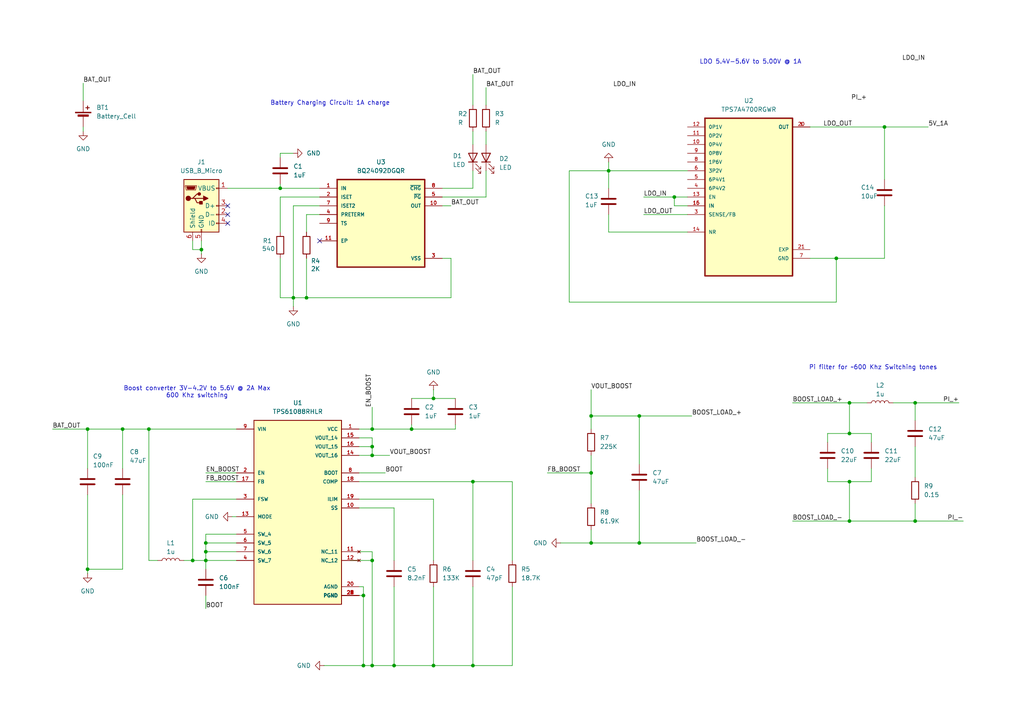
<source format=kicad_sch>
(kicad_sch (version 20250114) (generator "eeschema") (generator_version "9.0")
  (paper "A4")
  (lib_symbols
    (symbol "BQ24092DGQR:BQ24092DGQR" (pin_names (offset 1.016))
      (property "Reference" "U" (at -12.7 13.7 0))
      (property "Value" "BQ24092DGQR" (at -12.7 -16.7 0))
      (symbol "BQ24092DGQR_0_0"
        (rectangle (start -12.7 -12.7) (end 12.7 12.7) (stroke (width 0.41)) (fill (type background)))
        (pin input line (at -17.78 10.16 0) (length 5.08) (name "IN") (number "1"))
        (pin input line (at -17.78 7.62 0) (length 5.08) (name "ISET") (number "2"))
        (pin input line (at -17.78 5.08 0) (length 5.08) (name "ISET2") (number "7"))
        (pin input line (at -17.78 2.54 0) (length 5.08) (name "PRETERM") (number "4"))
        (pin input line (at -17.78 0 0) (length 5.08) (name "TS") (number "9"))
        (pin bidirectional line (at -17.78 -5.08 0) (length 5.08) (name "EP") (number "11"))
        (pin output line (at 17.78 10.16 180) (length 5.08) (name "~{CHG}") (number "8"))
        (pin output line (at 17.78 7.62 180) (length 5.08) (name "~{PG}") (number "5"))
        (pin output line (at 17.78 5.08 180) (length 5.08) (name "OUT") (number "10"))
        (pin power_in line (at 17.78 -10.16 180) (length 5.08) (name "VSS") (number "3"))
      )
    )
    (symbol "Connector:USB_B_Micro" (pin_names (offset 1.016))
      (property "Reference" "J" (at -5.08 11.43 0))
      (property "Value" "USB_B_Micro" (at -5.08 8.89 0))
      (symbol "USB_B_Micro_0_1"
        (rectangle (start -5.08 -7.62) (end 5.08 7.62) (stroke (width 0.254)) (fill (type background)))
        (polyline (pts (xy -4.699 5.842) (xy -4.699 5.588) (xy -4.445 4.826) (xy -4.445 4.572) (xy -1.651 4.572) (xy -1.651 4.826) (xy -1.397 5.588) (xy -1.397 5.842) (xy -4.699 5.842)))
        (polyline (pts (xy -4.318 5.588) (xy -1.778 5.588) (xy -2.032 4.826) (xy -4.064 4.826) (xy -4.318 5.588)) (fill (type outline)))
        (circle (center -3.81 2.159) (radius 0.635) (stroke (width 0.254)) (fill (type outline)))
        (polyline (pts (xy -3.175 2.159) (xy -2.54 2.159) (xy -1.27 3.429) (xy -0.635 3.429)) (stroke (width 0.254)))
        (polyline (pts (xy -2.54 2.159) (xy -1.905 2.159) (xy -1.27 0.889) (xy 0 0.889)) (stroke (width 0.254)))
        (polyline (pts (xy -1.905 2.159) (xy 0.635 2.159)) (stroke (width 0.254)))
        (circle (center -0.635 3.429) (radius 0.381) (stroke (width 0.254)) (fill (type outline)))
        (rectangle (start -0.127 -7.62) (end 0.127 -6.858))
        (rectangle (start 0.254 1.27) (end -0.508 0.508) (stroke (width 0.254)) (fill (type outline)))
        (polyline (pts (xy 0.635 2.794) (xy 0.635 1.524) (xy 1.905 2.159) (xy 0.635 2.794)) (stroke (width 0.254)) (fill (type outline)))
        (rectangle (start 5.08 4.953) (end 4.318 5.207))
        (rectangle (start 5.08 -0.127) (end 4.318 0.127))
        (rectangle (start 5.08 -2.667) (end 4.318 -2.413))
        (rectangle (start 5.08 -5.207) (end 4.318 -4.953))
      )
      (symbol "USB_B_Micro_1_1"
        (pin passive line (at -2.54 -10.16 90) (length 2.54) (name "Shield") (number "6"))
        (pin power_out line (at 0 -10.16 90) (length 2.54) (name "GND") (number "5"))
        (pin power_out line (at 7.62 5.08 180) (length 2.54) (name "VBUS") (number "1"))
        (pin bidirectional line (at 7.62 0 180) (length 2.54) (name "D+") (number "3"))
        (pin bidirectional line (at 7.62 -2.54 180) (length 2.54) (name "D-") (number "2"))
        (pin passive line (at 7.62 -5.08 180) (length 2.54) (name "ID") (number "4"))
      )
    )
    (symbol "Device:Battery_Cell" (pin_numbers (hide yes)) (pin_names (offset 0) (hide yes))
      (property "Reference" "BT" (at 2.54 2.54 0))
      (property "Value" "Battery_Cell" (at 2.54 0 0))
      (symbol "Battery_Cell_0_1"
        (rectangle (start -2.286 1.778) (end 2.286 1.524) (fill (type outline)))
        (rectangle (start -1.524 1.016) (end 1.524 0.508) (fill (type outline)))
        (polyline (pts (xy 0 1.778) (xy 0 2.54)))
        (polyline (pts (xy 0 0.762) (xy 0 0)))
        (polyline (pts (xy 0.762 3.048) (xy 1.778 3.048)) (stroke (width 0.254)))
        (polyline (pts (xy 1.27 3.556) (xy 1.27 2.54)) (stroke (width 0.254)))
      )
      (symbol "Battery_Cell_1_1"
        (pin passive line (at 0 5.08 270) (length 2.54) (name "+") (number "1"))
        (pin passive line (at 0 -2.54 90) (length 2.54) (name "-") (number "2"))
      )
    )
    (symbol "Device:C" (pin_numbers (hide yes)) (pin_names (offset 0.254))
      (property "Reference" "C" (at 0.635 2.54 0))
      (property "Value" "C" (at 0.635 -2.54 0))
      (symbol "C_0_1"
        (polyline (pts (xy -2.032 0.762) (xy 2.032 0.762)) (stroke (width 0.508)))
        (polyline (pts (xy -2.032 -0.762) (xy 2.032 -0.762)) (stroke (width 0.508)))
      )
      (symbol "C_1_1"
        (pin passive line (at 0 3.81 270) (length 2.794) (name "~") (number "1"))
        (pin passive line (at 0 -3.81 90) (length 2.794) (name "~") (number "2"))
      )
    )
    (symbol "Device:L" (pin_numbers (hide yes)) (pin_names (offset 1.016) (hide yes))
      (property "Reference" "L" (at -1.27 0 90))
      (property "Value" "L" (at 1.905 0 90))
      (symbol "L_0_1"
        (arc (start 0 2.54) (mid 0.6323 1.905) (end 0 1.27))
        (arc (start 0 1.27) (mid 0.6323 0.635) (end 0 0))
        (arc (start 0 0) (mid 0.6323 -0.635) (end 0 -1.27))
        (arc (start 0 -1.27) (mid 0.6323 -1.905) (end 0 -2.54))
      )
      (symbol "L_1_1"
        (pin passive line (at 0 3.81 270) (length 1.27) (name "1") (number "1"))
        (pin passive line (at 0 -3.81 90) (length 1.27) (name "2") (number "2"))
      )
    )
    (symbol "Device:LED" (pin_numbers (hide yes)) (pin_names (offset 1.016) (hide yes))
      (property "Reference" "D" (at 0 2.54 0))
      (property "Value" "LED" (at 0 -2.54 0))
      (symbol "LED_0_1"
        (polyline (pts (xy -3.048 -0.762) (xy -4.572 -2.286) (xy -3.81 -2.286) (xy -4.572 -2.286) (xy -4.572 -1.524)))
        (polyline (pts (xy -1.778 -0.762) (xy -3.302 -2.286) (xy -2.54 -2.286) (xy -3.302 -2.286) (xy -3.302 -1.524)))
        (polyline (pts (xy -1.27 0) (xy 1.27 0)))
        (polyline (pts (xy -1.27 -1.27) (xy -1.27 1.27)) (stroke (width 0.254)))
        (polyline (pts (xy 1.27 -1.27) (xy 1.27 1.27) (xy -1.27 0) (xy 1.27 -1.27)) (stroke (width 0.254)))
      )
      (symbol "LED_1_1"
        (pin passive line (at -3.81 0 0) (length 2.54) (name "K") (number "1"))
        (pin passive line (at 3.81 0 180) (length 2.54) (name "A") (number "2"))
      )
    )
    (symbol "Device:R" (pin_numbers (hide yes)) (pin_names (offset 0))
      (property "Reference" "R" (at 2.032 0 90))
      (property "Value" "R" (at 0 0 90))
      (symbol "R_0_1"
        (rectangle (start -1.016 -2.54) (end 1.016 2.54) (stroke (width 0.254)))
      )
      (symbol "R_1_1"
        (pin passive line (at 0 3.81 270) (length 1.27) (name "~") (number "1"))
        (pin passive line (at 0 -3.81 90) (length 1.27) (name "~") (number "2"))
      )
    )
    (symbol "TPS61088RHLR:TPS61088RHLR" (pin_names (offset 1.016))
      (property "Reference" "U" (at -12.7 26.4 0))
      (property "Value" "TPS61088RHLR" (at -12.7 -31.94 0))
      (symbol "TPS61088RHLR_0_0"
        (rectangle (start -12.7 -27.94) (end 12.7 25.4) (stroke (width 0.254)) (fill (type background)))
        (pin input line (at -17.78 22.86 0) (length 5.08) (name "VIN") (number "9"))
        (pin input line (at -17.78 10.16 0) (length 5.08) (name "EN") (number "2"))
        (pin input line (at -17.78 7.62 0) (length 5.08) (name "FB") (number "17"))
        (pin input line (at -17.78 2.54 0) (length 5.08) (name "FSW") (number "3"))
        (pin input line (at -17.78 -2.54 0) (length 5.08) (name "MODE") (number "13"))
        (pin input line (at -17.78 -7.62 0) (length 5.08) (name "SW_4") (number "5"))
        (pin input line (at -17.78 -10.16 0) (length 5.08) (name "SW_5") (number "6"))
        (pin input line (at -17.78 -12.7 0) (length 5.08) (name "SW_6") (number "7"))
        (pin input line (at -17.78 -15.24 0) (length 5.08) (name "SW_7") (number "4"))
        (pin output line (at 17.78 22.86 180) (length 5.08) (name "VCC") (number "1"))
        (pin output line (at 17.78 20.32 180) (length 5.08) (name "VOUT_14") (number "15"))
        (pin output line (at 17.78 17.78 180) (length 5.08) (name "VOUT_15") (number "16"))
        (pin output line (at 17.78 15.24 180) (length 5.08) (name "VOUT_16") (number "14"))
        (pin output line (at 17.78 10.16 180) (length 5.08) (name "BOOT") (number "8"))
        (pin output line (at 17.78 7.62 180) (length 5.08) (name "COMP") (number "18"))
        (pin output line (at 17.78 2.54 180) (length 5.08) (name "ILIM") (number "19"))
        (pin output line (at 17.78 0 180) (length 5.08) (name "SS") (number "10"))
        (pin no_connect line (at 17.78 -12.7 180) (length 5.08) (name "NC_11") (number "11"))
        (pin no_connect line (at 17.78 -15.24 180) (length 5.08) (name "NC_12") (number "12"))
        (pin power_in line (at 17.78 -22.86 180) (length 5.08) (name "AGND") (number "20"))
        (pin power_in line (at 17.78 -25.4 180) (length 5.08) (name "PGND") (number "21"))
        (pin power_in line (at 17.78 -25.4 180) (length 5.08) (name "PGND") (number "22"))
        (pin power_in line (at 17.78 -25.4 180) (length 5.08) (name "PGND") (number "23"))
        (pin power_in line (at 17.78 -25.4 180) (length 5.08) (name "PGND") (number "24"))
        (pin power_in line (at 17.78 -25.4 180) (length 5.08) (name "PGND") (number "25"))
        (pin power_in line (at 17.78 -25.4 180) (length 5.08) (name "PGND") (number "26"))
        (pin power_in line (at 17.78 -25.4 180) (length 5.08) (name "PGND") (number "27"))
        (pin power_in line (at 17.78 -25.4 180) (length 5.08) (name "PGND") (number "28"))
        (pin power_in line (at 17.78 -25.4 180) (length 5.08) (name "PGND") (number "29"))
      )
    )
    (symbol "TPS7A4700RGWR:TPS7A4700RGWR" (pin_names (offset 1.016))
      (property "Reference" "U" (at -12.7 23.86 0))
      (property "Value" "TPS7A4700RGWR" (at -12.7 -26.86 0))
      (symbol "TPS7A4700RGWR_0_0"
        (rectangle (start -12.7 -22.86) (end 12.7 22.86) (stroke (width 0.41)) (fill (type background)))
        (pin input line (at -17.78 20.32 0) (length 5.08) (name "0P1V") (number "12"))
        (pin input line (at -17.78 17.78 0) (length 5.08) (name "0P2V") (number "11"))
        (pin input line (at -17.78 15.24 0) (length 5.08) (name "0P4V") (number "10"))
        (pin input line (at -17.78 12.7 0) (length 5.08) (name "0P8V") (number "9"))
        (pin input line (at -17.78 10.16 0) (length 5.08) (name "1P6V") (number "8"))
        (pin input line (at -17.78 7.62 0) (length 5.08) (name "3P2V") (number "6"))
        (pin input line (at -17.78 5.08 0) (length 5.08) (name "6P4V1") (number "5"))
        (pin input line (at -17.78 2.54 0) (length 5.08) (name "6P4V2") (number "4"))
        (pin input line (at -17.78 0 0) (length 5.08) (name "EN") (number "13"))
        (pin input line (at -17.78 -2.54 0) (length 5.08) (name "IN") (number "15"))
        (pin input line (at -17.78 -2.54 0) (length 5.08) (name "IN") (number "16"))
        (pin input line (at -17.78 -5.08 0) (length 5.08) (name "SENSE/FB") (number "3"))
        (pin bidirectional line (at -17.78 -10.16 0) (length 5.08) (name "NR") (number "14"))
        (pin output line (at 17.78 20.32 180) (length 5.08) (name "OUT") (number "1"))
        (pin output line (at 17.78 20.32 180) (length 5.08) (name "OUT") (number "20"))
        (pin power_in line (at 17.78 -15.24 180) (length 5.08) (name "EXP") (number "21"))
        (pin power_in line (at 17.78 -17.78 180) (length 5.08) (name "GND") (number "7"))
      )
    )
    (symbol "power:GND" (power) (pin_numbers (hide yes)) (pin_names (offset 0) (hide yes))
      (property "Value" "GND" (at 0 -3.81 0))
      (symbol "GND_0_1"
        (polyline (pts (xy 0 0) (xy 0 -1.27) (xy 1.27 -1.27) (xy 0 -2.54) (xy -1.27 -1.27) (xy 0 -1.27)))
      )
      (symbol "GND_1_1"
        (pin power_in line (at 0 0 270) (length 0) (name "~") (number "1"))
      )
    )
  )
  (text "Battery Charging Circuit: 1A charge\n" (at 95.758 29.972 0) (effects (font (size 1.27 1.27))))
  (text "Boost converter 3V-4.2V to 5.6V @ 2A Max\n600 Khz switching" (at 57.15 113.792 0) (effects (font (size 1.27 1.27))))
  (text "Pi filter for ~600 Khz Switching tones" (at 253.238 106.68 0) (effects (font (size 1.27 1.27))))
  (text "LDO 5.4V-5.6V to 5.00V @ 1A\n" (at 217.678 18.034 0) (effects (font (size 1.27 1.27))))
  (junction (at 59.69 157.48))
  (junction (at 55.88 162.56))
  (junction (at 246.38 125.73))
  (junction (at 107.95 124.46))
  (junction (at 185.42 120.65))
  (junction (at 85.09 86.36))
  (junction (at 58.42 72.39))
  (junction (at 125.73 115.57))
  (junction (at 171.45 120.65))
  (junction (at 105.41 172.72))
  (junction (at 105.41 193.04))
  (junction (at 107.95 132.08))
  (junction (at 119.38 124.46))
  (junction (at 59.69 160.02))
  (junction (at 125.73 193.04))
  (junction (at 242.57 74.93))
  (junction (at 25.4 124.46))
  (junction (at 43.18 124.46))
  (junction (at 88.9 86.36))
  (junction (at 246.38 116.84))
  (junction (at 246.38 151.13))
  (junction (at 246.38 139.7))
  (junction (at 137.16 193.04))
  (junction (at 114.3 193.04))
  (junction (at 25.4 165.1))
  (junction (at 265.43 151.13))
  (junction (at 265.43 116.84))
  (junction (at 171.45 157.48))
  (junction (at 195.58 57.15))
  (junction (at 107.95 162.56))
  (junction (at 35.56 124.46))
  (junction (at 107.95 193.04))
  (junction (at 171.45 137.16))
  (junction (at 185.42 157.48))
  (junction (at 176.53 49.53))
  (junction (at 81.28 54.61))
  (junction (at 256.54 36.83))
  (junction (at 59.69 162.56))
  (junction (at 107.95 129.54))
  (junction (at 137.16 139.7))
  (no_connect (at 66.04 59.69))
  (no_connect (at 92.71 69.85))
  (no_connect (at 66.04 64.77))
  (no_connect (at 66.04 62.23))
  (wire (pts (xy 176.53 67.31) (xy 199.39 67.31)))
  (wire (pts (xy 158.75 137.16) (xy 171.45 137.16)))
  (wire (pts (xy 81.28 67.31) (xy 81.28 57.15)))
  (wire (pts (xy 85.09 86.36) (xy 88.9 86.36)))
  (wire (pts (xy 130.81 74.93) (xy 130.81 86.36)))
  (wire (pts (xy 140.97 25.4) (xy 140.97 30.48)))
  (wire (pts (xy 148.59 139.7) (xy 148.59 162.56)))
  (wire (pts (xy 104.14 139.7) (xy 137.16 139.7)))
  (wire (pts (xy 59.69 157.48) (xy 59.69 160.02)))
  (wire (pts (xy 59.69 157.48) (xy 68.58 157.48)))
  (wire (pts (xy 162.56 157.48) (xy 171.45 157.48)))
  (wire (pts (xy 128.27 54.61) (xy 137.16 54.61)))
  (wire (pts (xy 25.4 143.51) (xy 25.4 165.1)))
  (wire (pts (xy 105.41 172.72) (xy 105.41 193.04)))
  (wire (pts (xy 185.42 142.24) (xy 185.42 157.48)))
  (wire (pts (xy 81.28 44.45) (xy 85.09 44.45)))
  (wire (pts (xy 171.45 137.16) (xy 171.45 146.05)))
  (wire (pts (xy 246.38 125.73) (xy 240.03 125.73)))
  (wire (pts (xy 256.54 36.83) (xy 269.24 36.83)))
  (wire (pts (xy 59.69 154.94) (xy 59.69 157.48)))
  (wire (pts (xy 58.42 72.39) (xy 58.42 73.66)))
  (wire (pts (xy 105.41 193.04) (xy 107.95 193.04)))
  (wire (pts (xy 92.71 62.23) (xy 88.9 62.23)))
  (wire (pts (xy 59.69 172.72) (xy 59.69 176.53)))
  (wire (pts (xy 125.73 193.04) (xy 137.16 193.04)))
  (wire (pts (xy 137.16 49.53) (xy 137.16 54.61)))
  (wire (pts (xy 25.4 124.46) (xy 35.56 124.46)))
  (wire (pts (xy 125.73 115.57) (xy 132.08 115.57)))
  (wire (pts (xy 104.14 132.08) (xy 107.95 132.08)))
  (wire (pts (xy 125.73 113.03) (xy 125.73 115.57)))
  (wire (pts (xy 104.14 160.02) (xy 107.95 160.02)))
  (wire (pts (xy 128.27 74.93) (xy 130.81 74.93)))
  (wire (pts (xy 246.38 139.7) (xy 246.38 151.13)))
  (wire (pts (xy 252.73 139.7) (xy 252.73 135.89)))
  (wire (pts (xy 185.42 157.48) (xy 201.93 157.48)))
  (wire (pts (xy 81.28 45.72) (xy 81.28 44.45)))
  (wire (pts (xy 265.43 151.13) (xy 246.38 151.13)))
  (wire (pts (xy 171.45 132.08) (xy 171.45 137.16)))
  (wire (pts (xy 240.03 139.7) (xy 246.38 139.7)))
  (wire (pts (xy 242.57 74.93) (xy 242.57 87.63)))
  (wire (pts (xy 132.08 123.19) (xy 132.08 124.46)))
  (wire (pts (xy 265.43 116.84) (xy 265.43 121.92)))
  (wire (pts (xy 107.95 132.08) (xy 113.03 132.08)))
  (wire (pts (xy 137.16 193.04) (xy 148.59 193.04)))
  (wire (pts (xy 104.14 129.54) (xy 107.95 129.54)))
  (wire (pts (xy 185.42 120.65) (xy 200.66 120.65)))
  (wire (pts (xy 234.95 36.83) (xy 256.54 36.83)))
  (wire (pts (xy 165.1 87.63) (xy 165.1 49.53)))
  (wire (pts (xy 85.09 86.36) (xy 85.09 88.9)))
  (wire (pts (xy 171.45 153.67) (xy 171.45 157.48)))
  (wire (pts (xy 81.28 54.61) (xy 92.71 54.61)))
  (wire (pts (xy 199.39 49.53) (xy 176.53 49.53)))
  (wire (pts (xy 55.88 144.78) (xy 55.88 162.56)))
  (wire (pts (xy 137.16 139.7) (xy 137.16 162.56)))
  (wire (pts (xy 25.4 165.1) (xy 25.4 166.37)))
  (wire (pts (xy 265.43 151.13) (xy 279.4 151.13)))
  (wire (pts (xy 43.18 124.46) (xy 68.58 124.46)))
  (wire (pts (xy 107.95 160.02) (xy 107.95 162.56)))
  (wire (pts (xy 265.43 116.84) (xy 278.13 116.84)))
  (wire (pts (xy 101.6 162.56) (xy 107.95 162.56)))
  (wire (pts (xy 104.14 147.32) (xy 114.3 147.32)))
  (wire (pts (xy 67.31 149.86) (xy 68.58 149.86)))
  (wire (pts (xy 58.42 69.85) (xy 58.42 72.39)))
  (wire (pts (xy 259.08 116.84) (xy 265.43 116.84)))
  (wire (pts (xy 55.88 144.78) (xy 68.58 144.78)))
  (wire (pts (xy 68.58 154.94) (xy 59.69 154.94)))
  (wire (pts (xy 176.53 46.99) (xy 176.53 49.53)))
  (wire (pts (xy 85.09 59.69) (xy 85.09 86.36)))
  (wire (pts (xy 125.73 170.18) (xy 125.73 193.04)))
  (wire (pts (xy 234.95 74.93) (xy 242.57 74.93)))
  (wire (pts (xy 81.28 57.15) (xy 92.71 57.15)))
  (wire (pts (xy 240.03 125.73) (xy 240.03 128.27)))
  (wire (pts (xy 176.53 49.53) (xy 176.53 54.61)))
  (wire (pts (xy 55.88 162.56) (xy 59.69 162.56)))
  (wire (pts (xy 43.18 162.56) (xy 43.18 124.46)))
  (wire (pts (xy 119.38 115.57) (xy 125.73 115.57)))
  (wire (pts (xy 35.56 124.46) (xy 35.56 135.89)))
  (wire (pts (xy 107.95 118.11) (xy 107.95 124.46)))
  (wire (pts (xy 55.88 69.85) (xy 55.88 72.39)))
  (wire (pts (xy 107.95 132.08) (xy 107.95 129.54)))
  (wire (pts (xy 35.56 124.46) (xy 43.18 124.46)))
  (wire (pts (xy 53.34 162.56) (xy 55.88 162.56)))
  (wire (pts (xy 176.53 62.23) (xy 176.53 67.31)))
  (wire (pts (xy 107.95 162.56) (xy 107.95 193.04)))
  (wire (pts (xy 246.38 139.7) (xy 252.73 139.7)))
  (wire (pts (xy 265.43 146.05) (xy 265.43 151.13)))
  (wire (pts (xy 119.38 124.46) (xy 132.08 124.46)))
  (wire (pts (xy 246.38 116.84) (xy 246.38 125.73)))
  (wire (pts (xy 137.16 21.59) (xy 137.16 30.48)))
  (wire (pts (xy 88.9 74.93) (xy 88.9 86.36)))
  (wire (pts (xy 66.04 54.61) (xy 81.28 54.61)))
  (wire (pts (xy 165.1 49.53) (xy 176.53 49.53)))
  (wire (pts (xy 256.54 36.83) (xy 256.54 52.07)))
  (wire (pts (xy 107.95 193.04) (xy 114.3 193.04)))
  (wire (pts (xy 252.73 125.73) (xy 252.73 128.27)))
  (wire (pts (xy 81.28 53.34) (xy 81.28 54.61)))
  (wire (pts (xy 88.9 62.23) (xy 88.9 67.31)))
  (wire (pts (xy 199.39 57.15) (xy 195.58 57.15)))
  (wire (pts (xy 107.95 124.46) (xy 119.38 124.46)))
  (wire (pts (xy 171.45 120.65) (xy 171.45 124.46)))
  (wire (pts (xy 140.97 49.53) (xy 140.97 57.15)))
  (wire (pts (xy 104.14 144.78) (xy 125.73 144.78)))
  (wire (pts (xy 256.54 74.93) (xy 242.57 74.93)))
  (wire (pts (xy 125.73 144.78) (xy 125.73 162.56)))
  (wire (pts (xy 24.13 24.13) (xy 24.13 29.21)))
  (wire (pts (xy 43.18 162.56) (xy 45.72 162.56)))
  (wire (pts (xy 246.38 125.73) (xy 252.73 125.73)))
  (wire (pts (xy 229.87 116.84) (xy 246.38 116.84)))
  (wire (pts (xy 35.56 165.1) (xy 25.4 165.1)))
  (wire (pts (xy 93.98 193.04) (xy 105.41 193.04)))
  (wire (pts (xy 59.69 162.56) (xy 68.58 162.56)))
  (wire (pts (xy 171.45 120.65) (xy 185.42 120.65)))
  (wire (pts (xy 137.16 170.18) (xy 137.16 193.04)))
  (wire (pts (xy 105.41 170.18) (xy 105.41 172.72)))
  (wire (pts (xy 240.03 135.89) (xy 240.03 139.7)))
  (wire (pts (xy 186.69 62.23) (xy 199.39 62.23)))
  (wire (pts (xy 119.38 123.19) (xy 119.38 124.46)))
  (wire (pts (xy 195.58 57.15) (xy 195.58 59.69)))
  (wire (pts (xy 265.43 138.43) (xy 265.43 129.54)))
  (wire (pts (xy 246.38 116.84) (xy 251.46 116.84)))
  (wire (pts (xy 104.14 137.16) (xy 111.76 137.16)))
  (wire (pts (xy 24.13 38.1) (xy 24.13 36.83)))
  (wire (pts (xy 104.14 124.46) (xy 107.95 124.46)))
  (wire (pts (xy 114.3 193.04) (xy 125.73 193.04)))
  (wire (pts (xy 15.24 124.46) (xy 25.4 124.46)))
  (wire (pts (xy 59.69 162.56) (xy 59.69 165.1)))
  (wire (pts (xy 59.69 137.16) (xy 68.58 137.16)))
  (wire (pts (xy 25.4 124.46) (xy 25.4 135.89)))
  (wire (pts (xy 59.69 139.7) (xy 68.58 139.7)))
  (wire (pts (xy 148.59 170.18) (xy 148.59 193.04)))
  (wire (pts (xy 35.56 143.51) (xy 35.56 165.1)))
  (wire (pts (xy 242.57 87.63) (xy 165.1 87.63)))
  (wire (pts (xy 81.28 74.93) (xy 81.28 86.36)))
  (wire (pts (xy 128.27 57.15) (xy 140.97 57.15)))
  (wire (pts (xy 171.45 113.03) (xy 171.45 120.65)))
  (wire (pts (xy 137.16 139.7) (xy 148.59 139.7)))
  (wire (pts (xy 114.3 147.32) (xy 114.3 162.56)))
  (wire (pts (xy 229.87 151.13) (xy 246.38 151.13)))
  (wire (pts (xy 104.14 172.72) (xy 105.41 172.72)))
  (wire (pts (xy 88.9 86.36) (xy 130.81 86.36)))
  (wire (pts (xy 107.95 129.54) (xy 107.95 127)))
  (wire (pts (xy 85.09 86.36) (xy 81.28 86.36)))
  (wire (pts (xy 199.39 59.69) (xy 195.58 59.69)))
  (wire (pts (xy 128.27 59.69) (xy 130.81 59.69)))
  (wire (pts (xy 137.16 38.1) (xy 137.16 41.91)))
  (wire (pts (xy 256.54 59.69) (xy 256.54 74.93)))
  (wire (pts (xy 185.42 120.65) (xy 185.42 134.62)))
  (wire (pts (xy 195.58 57.15) (xy 186.69 57.15)))
  (wire (pts (xy 85.09 59.69) (xy 92.71 59.69)))
  (wire (pts (xy 104.14 170.18) (xy 105.41 170.18)))
  (wire (pts (xy 185.42 157.48) (xy 171.45 157.48)))
  (wire (pts (xy 104.14 127) (xy 107.95 127)))
  (wire (pts (xy 140.97 38.1) (xy 140.97 41.91)))
  (wire (pts (xy 59.69 160.02) (xy 59.69 162.56)))
  (wire (pts (xy 114.3 170.18) (xy 114.3 193.04)))
  (wire (pts (xy 59.69 160.02) (xy 68.58 160.02)))
  (wire (pts (xy 55.88 72.39) (xy 58.42 72.39)))
  (label "PI_+" (at 278.13 116.84 180))
  (label "VOUT_BOOST" (at 113.03 132.08 0))
  (label "BAT_OUT" (at 24.13 24.13 0))
  (label "PI_+" (at 251.46 29.21 180))
  (label "BAT_OUT" (at 15.24 124.46 0))
  (label "FB_BOOST" (at 158.75 137.16 0))
  (label "BOOT" (at 59.69 176.53 0))
  (label "LDO_OUT" (at 238.76 36.83 0))
  (label "VOUT_BOOST" (at 171.45 113.03 0))
  (label "LDO_IN" (at 186.69 57.15 0))
  (label "LDO_IN" (at 261.62 17.78 0))
  (label "BOOST_LOAD_+" (at 200.66 120.65 0))
  (label "FB_BOOST" (at 59.69 139.7 0))
  (label "BOOST_LOAD_-" (at 201.93 157.48 0))
  (label "PI_-" (at 279.4 151.13 180))
  (label "EN_BOOST" (at 107.95 118.11 90))
  (label "BOOST_LOAD_-" (at 229.87 151.13 0))
  (label "BOOT" (at 111.76 137.16 0))
  (label "BAT_OUT" (at 140.97 25.4 0))
  (label "5V_1A" (at 269.24 36.83 0))
  (label "LDO_OUT" (at 186.69 62.23 0))
  (label "BAT_OUT" (at 137.16 21.59 0))
  (label "BAT_OUT" (at 130.81 59.69 0))
  (label "LDO_IN" (at 177.8 25.4 0))
  (label "BOOST_LOAD_+" (at 229.87 116.84 0))
  (label "EN_BOOST" (at 59.69 137.16 0))
  (symbol (lib_id "Device:C") (at 256.54 55.88 0) (unit 1)
    (property "Reference" "C14" (at 249.682 54.356 0) (effects (justify left)))
    (property "Value" "10uF" (at 249.682 56.896 0) (effects (justify left)))
    (property "Description" "Unpolarized capacitor" (effects (hide yes)))
  )
  (symbol (lib_id "power:GND") (at 25.4 166.37 0) (unit 1)
    (property "Reference" "#PWR09" (effects (hide yes)))
    (property "Value" "GND" (at 25.4 171.45 0))
    (property "Description" "Power symbol creates a global label with name \"GND\" , ground" (effects (hide yes)))
  )
  (symbol (lib_id "Device:C") (at 176.53 58.42 0) (unit 1)
    (property "Reference" "C13" (at 169.672 56.896 0) (effects (justify left)))
    (property "Value" "1uF" (at 169.672 59.436 0) (effects (justify left)))
    (property "Description" "Unpolarized capacitor" (effects (hide yes)))
  )
  (symbol (lib_id "Device:R") (at 81.28 71.12 0) (unit 1)
    (property "Reference" "R1" (at 76.2 69.85 0) (effects (justify left)))
    (property "Value" "540" (at 75.946 72.136 0) (effects (justify left)))
    (property "Description" "Resistor" (effects (hide yes)))
  )
  (symbol (lib_id "power:GND") (at 162.56 157.48 270) (unit 1)
    (property "Reference" "#PWR08" (effects (hide yes)))
    (property "Value" "GND" (at 158.75 157.4799 90) (effects (justify right)))
    (property "Description" "Power symbol creates a global label with name \"GND\" , ground" (effects (hide yes)))
  )
  (symbol (lib_id "Device:C") (at 132.08 119.38 0) (unit 1)
    (property "Reference" "C3" (at 135.89 118.1099 0) (effects (justify left)))
    (property "Value" "1uF" (at 135.89 120.6499 0) (effects (justify left)))
    (property "Description" "Unpolarized capacitor" (effects (hide yes)))
  )
  (symbol (lib_id "power:GND") (at 85.09 88.9 0) (unit 1)
    (property "Reference" "#PWR03" (effects (hide yes)))
    (property "Value" "GND" (at 85.09 93.98 0))
    (property "Description" "Power symbol creates a global label with name \"GND\" , ground" (effects (hide yes)))
  )
  (symbol (lib_id "Device:R") (at 140.97 34.29 0) (unit 1)
    (property "Reference" "R3" (at 143.51 33.02 0) (effects (justify left)))
    (property "Value" "R" (at 143.51 35.56 0) (effects (justify left)))
    (property "Description" "Resistor" (effects (hide yes)))
  )
  (symbol (lib_id "Device:C") (at 114.3 166.37 0) (unit 1)
    (property "Reference" "C5" (at 118.11 165.0999 0) (effects (justify left)))
    (property "Value" "8.2nF" (at 118.11 167.6399 0) (effects (justify left)))
    (property "Description" "Unpolarized capacitor" (effects (hide yes)))
  )
  (symbol (lib_id "TPS7A4700RGWR:TPS7A4700RGWR") (at 217.17 57.15 0) (unit 1)
    (property "Reference" "U2" (at 217.17 29.21 0))
    (property "Value" "TPS7A4700RGWR" (at 217.17 31.75 0))
    (property "Footprint" "TPS7A4700RGWR:QFN65P500X500X100-21N" (effects (hide yes)))
    (property "MF" "Texas Instruments" (effects (hide yes)))
    (property "Description_1" "1-A, 36-V, low-noise, high-PSRR, low-dropout voltage regulator with enable" (effects (hide yes)))
    (property "Package" "VQFN-20 Texas Instruments" (effects (hide yes)))
    (property "Price" "None" (effects (hide yes)))
    (property "SnapEDA_Link" "https://www.snapeda.com/parts/TPS7A4700RGWR/Texas+Instruments/view-part/?ref=snap" (effects (hide yes)))
    (property "MP" "TPS7A4700RGWR" (effects (hide yes)))
    (property "Availability" "In Stock" (effects (hide yes)))
    (property "Check_prices" "https://www.snapeda.com/parts/TPS7A4700RGWR/Texas+Instruments/view-part/?ref=eda" (effects (hide yes)))
  )
  (symbol (lib_id "Device:Battery_Cell") (at 24.13 34.29 0) (unit 1)
    (property "Reference" "BT1" (at 27.94 31.1784 0) (effects (justify left)))
    (property "Value" "Battery_Cell" (at 27.94 33.7184 0) (effects (justify left)))
    (property "Description" "Single-cell battery" (effects (hide yes)))
  )
  (symbol (lib_id "power:GND") (at 58.42 73.66 0) (unit 1)
    (property "Reference" "#PWR01" (effects (hide yes)))
    (property "Value" "GND" (at 58.42 78.74 0))
    (property "Description" "Power symbol creates a global label with name \"GND\" , ground" (effects (hide yes)))
  )
  (symbol (lib_id "power:GND") (at 67.31 149.86 270) (unit 1)
    (property "Reference" "#PWR07" (effects (hide yes)))
    (property "Value" "GND" (at 63.5 149.86 90) (effects (justify right)))
    (property "Description" "Power symbol creates a global label with name \"GND\" , ground" (effects (hide yes)))
  )
  (symbol (lib_id "Device:R") (at 148.59 166.37 0) (unit 1)
    (property "Reference" "R5" (at 151.13 165.0999 0) (effects (justify left)))
    (property "Value" "18.7K" (at 151.13 167.6399 0) (effects (justify left)))
    (property "Description" "Resistor" (effects (hide yes)))
  )
  (symbol (lib_id "BQ24092DGQR:BQ24092DGQR") (at 110.49 64.77 0) (unit 1)
    (property "Reference" "U3" (at 110.49 46.99 0))
    (property "Value" "BQ24092DGQR" (at 110.49 49.53 0))
    (property "Footprint" "BQ24092DGQR:IC_XTR111AIDGQR" (effects (hide yes)))
    (property "MF" "Texas Instruments" (effects (hide yes)))
    (property "Description_1" "1-cell, 1-A, Li-ion battery charger with operation over JEITA and 10kΩ NTC" (effects (hide yes)))
    (property "Package" "HVSSOP-10 Texas Instruments" (effects (hide yes)))
    (property "Price" "None" (effects (hide yes)))
    (property "SnapEDA_Link" "https://www.snapeda.com/parts/BQ24092DGQR/Texas+Instruments/view-part/?ref=snap" (effects (hide yes)))
    (property "MP" "BQ24092DGQR" (effects (hide yes)))
    (property "Availability" "In Stock" (effects (hide yes)))
    (property "Check_prices" "https://www.snapeda.com/parts/BQ24092DGQR/Texas+Instruments/view-part/?ref=eda" (effects (hide yes)))
  )
  (symbol (lib_id "Device:LED") (at 140.97 45.72 90) (unit 1)
    (property "Reference" "D2" (at 144.78 46.0374 90) (effects (justify right)))
    (property "Value" "LED" (at 144.78 48.5774 90) (effects (justify right)))
    (property "Description" "Light emitting diode" (effects (hide yes)))
    (property "Sim.Pins" "1=K 2=A" (effects (hide yes)))
  )
  (symbol (lib_id "Device:C") (at 119.38 119.38 0) (unit 1)
    (property "Reference" "C2" (at 123.19 118.1099 0) (effects (justify left)))
    (property "Value" "1uF" (at 123.19 120.6499 0) (effects (justify left)))
    (property "Description" "Unpolarized capacitor" (effects (hide yes)))
  )
  (symbol (lib_id "Device:LED") (at 137.16 45.72 90) (unit 1)
    (property "Reference" "D1" (at 131.318 45.212 90) (effects (justify right)))
    (property "Value" "LED" (at 131.318 47.752 90) (effects (justify right)))
    (property "Description" "Light emitting diode" (effects (hide yes)))
    (property "Sim.Pins" "1=K 2=A" (effects (hide yes)))
  )
  (symbol (lib_id "power:GND") (at 125.73 113.03 180) (unit 1)
    (property "Reference" "#PWR05" (effects (hide yes)))
    (property "Value" "GND" (at 125.73 107.95 0))
    (property "Description" "Power symbol creates a global label with name \"GND\" , ground" (effects (hide yes)))
  )
  (symbol (lib_id "Device:R") (at 125.73 166.37 0) (unit 1)
    (property "Reference" "R6" (at 128.27 165.0999 0) (effects (justify left)))
    (property "Value" "133K" (at 128.27 167.6399 0) (effects (justify left)))
    (property "Description" "Resistor" (effects (hide yes)))
  )
  (symbol (lib_id "power:GND") (at 176.53 46.99 180) (unit 1)
    (property "Reference" "#PWR010" (effects (hide yes)))
    (property "Value" "GND" (at 176.53 41.91 0))
    (property "Description" "Power symbol creates a global label with name \"GND\" , ground" (effects (hide yes)))
  )
  (symbol (lib_id "power:GND") (at 85.09 44.45 90) (unit 1)
    (property "Reference" "#PWR02" (effects (hide yes)))
    (property "Value" "GND" (at 88.9 44.4499 90) (effects (justify right)))
    (property "Description" "Power symbol creates a global label with name \"GND\" , ground" (effects (hide yes)))
  )
  (symbol (lib_id "Device:C") (at 265.43 125.73 0) (unit 1)
    (property "Reference" "C12" (at 269.24 124.4599 0) (effects (justify left)))
    (property "Value" "47uF" (at 269.24 126.9999 0) (effects (justify left)))
    (property "Description" "Unpolarized capacitor" (effects (hide yes)))
  )
  (symbol (lib_id "Device:C") (at 185.42 138.43 0) (unit 1)
    (property "Reference" "C7" (at 189.23 137.1599 0) (effects (justify left)))
    (property "Value" "47uF" (at 189.23 139.6999 0) (effects (justify left)))
    (property "Description" "Unpolarized capacitor" (effects (hide yes)))
  )
  (symbol (lib_id "Device:L") (at 255.27 116.84 90) (unit 1)
    (property "Reference" "L2" (at 255.27 111.76 90))
    (property "Value" "1u" (at 255.27 114.3 90))
    (property "Description" "Inductor" (effects (hide yes)))
  )
  (symbol (lib_id "power:GND") (at 24.13 38.1 0) (unit 1)
    (property "Reference" "#PWR04" (effects (hide yes)))
    (property "Value" "GND" (at 24.13 43.18 0))
    (property "Description" "Power symbol creates a global label with name \"GND\" , ground" (effects (hide yes)))
  )
  (symbol (lib_id "Device:R") (at 137.16 34.29 0) (unit 1)
    (property "Reference" "R2" (at 132.842 33.02 0) (effects (justify left)))
    (property "Value" "R" (at 132.842 35.56 0) (effects (justify left)))
    (property "Description" "Resistor" (effects (hide yes)))
  )
  (symbol (lib_id "Connector:USB_B_Micro") (at 58.42 59.69 0) (unit 1)
    (property "Reference" "J1" (at 58.42 46.99 0))
    (property "Value" "USB_B_Micro" (at 58.42 49.53 0))
    (property "Description" "USB Micro Type B connector" (effects (hide yes)))
  )
  (symbol (lib_id "Device:C") (at 59.69 168.91 0) (unit 1)
    (property "Reference" "C6" (at 63.5 167.6399 0) (effects (justify left)))
    (property "Value" "100nF" (at 63.5 170.1799 0) (effects (justify left)))
    (property "Description" "Unpolarized capacitor" (effects (hide yes)))
  )
  (symbol (lib_id "Device:R") (at 171.45 128.27 0) (unit 1)
    (property "Reference" "R7" (at 173.99 126.9999 0) (effects (justify left)))
    (property "Value" "225K" (at 173.99 129.5399 0) (effects (justify left)))
    (property "Description" "Resistor" (effects (hide yes)))
  )
  (symbol (lib_id "Device:C") (at 25.4 139.7 0) (unit 1)
    (property "Reference" "C9" (at 26.924 132.334 0) (effects (justify left)))
    (property "Value" "100nF" (at 26.924 134.874 0) (effects (justify left)))
    (property "Description" "Unpolarized capacitor" (effects (hide yes)))
  )
  (symbol (lib_id "Device:C") (at 252.73 132.08 0) (unit 1)
    (property "Reference" "C11" (at 256.54 130.8099 0) (effects (justify left)))
    (property "Value" "22uF" (at 256.54 133.3499 0) (effects (justify left)))
    (property "Description" "Unpolarized capacitor" (effects (hide yes)))
  )
  (symbol (lib_id "Device:R") (at 265.43 142.24 0) (unit 1)
    (property "Reference" "R9" (at 267.97 140.9699 0) (effects (justify left)))
    (property "Value" "0.15" (at 267.97 143.5099 0) (effects (justify left)))
    (property "Description" "Resistor" (effects (hide yes)))
  )
  (symbol (lib_id "Device:C") (at 35.56 139.7 0) (unit 1)
    (property "Reference" "C8" (at 37.592 131.064 0) (effects (justify left)))
    (property "Value" "47uF" (at 37.592 133.604 0) (effects (justify left)))
    (property "Description" "Unpolarized capacitor" (effects (hide yes)))
  )
  (symbol (lib_id "Device:R") (at 171.45 149.86 0) (unit 1)
    (property "Reference" "R8" (at 173.99 148.5899 0) (effects (justify left)))
    (property "Value" "61.9K" (at 173.99 151.1299 0) (effects (justify left)))
    (property "Description" "Resistor" (effects (hide yes)))
  )
  (symbol (lib_id "TPS61088RHLR:TPS61088RHLR") (at 86.36 147.32 0) (unit 1)
    (property "Reference" "U1" (at 86.36 116.84 0))
    (property "Value" "TPS61088RHLR" (at 86.36 119.38 0))
    (property "Footprint" "TPS61088RHLR:IC_TPS61088RHLR" (effects (hide yes)))
    (property "MF" "Texas Instruments" (effects (hide yes)))
    (property "MAXIMUM_PACKAGE_HEIGHT" "1.00mm" (effects (hide yes)))
    (property "Package" "VQFN-20 Texas Instruments" (effects (hide yes)))
    (property "Price" "None" (effects (hide yes)))
    (property "Check_prices" "https://www.snapeda.com/parts/TPS61088RHLR/Texas+Instruments/view-part/?ref=eda" (effects (hide yes)))
    (property "STANDARD" "Manufacturer Recommendations" (effects (hide yes)))
    (property "PARTREV" "4219071/A 05/2017" (effects (hide yes)))
    (property "SnapEDA_Link" "https://www.snapeda.com/parts/TPS61088RHLR/Texas+Instruments/view-part/?ref=snap" (effects (hide yes)))
    (property "MP" "TPS61088RHLR" (effects (hide yes)))
    (property "Description_1" "10-A Fully-Integrated Synchronous Boost Converter" (effects (hide yes)))
    (property "Availability" "In Stock" (effects (hide yes)))
    (property "MANUFACTURER" "Texas Instruments" (effects (hide yes)))
  )
  (symbol (lib_id "Device:C") (at 81.28 49.53 0) (unit 1)
    (property "Reference" "C1" (at 85.09 48.2599 0) (effects (justify left)))
    (property "Value" "1uF" (at 85.09 50.7999 0) (effects (justify left)))
    (property "Description" "Unpolarized capacitor" (effects (hide yes)))
  )
  (symbol (lib_id "Device:R") (at 88.9 71.12 0) (unit 1)
    (property "Reference" "R4" (at 90.17 75.692 0) (effects (justify left)))
    (property "Value" "2K" (at 90.17 77.978 0) (effects (justify left)))
    (property "Description" "Resistor" (effects (hide yes)))
  )
  (symbol (lib_id "Device:C") (at 137.16 166.37 0) (unit 1)
    (property "Reference" "C4" (at 140.97 165.0999 0) (effects (justify left)))
    (property "Value" "47pF" (at 140.97 167.6399 0) (effects (justify left)))
    (property "Description" "Unpolarized capacitor" (effects (hide yes)))
  )
  (symbol (lib_id "Device:C") (at 240.03 132.08 0) (unit 1)
    (property "Reference" "C10" (at 243.84 130.8099 0) (effects (justify left)))
    (property "Value" "22uF" (at 243.84 133.3499 0) (effects (justify left)))
    (property "Description" "Unpolarized capacitor" (effects (hide yes)))
  )
  (symbol (lib_id "Device:L") (at 49.53 162.56 90) (unit 1)
    (property "Reference" "L1" (at 49.53 157.48 90))
    (property "Value" "1u" (at 49.53 160.02 90))
    (property "Description" "Inductor" (effects (hide yes)))
  )
  (symbol (lib_id "power:GND") (at 93.98 193.04 270) (unit 1)
    (property "Reference" "#PWR06" (effects (hide yes)))
    (property "Value" "GND" (at 90.17 193.0399 90) (effects (justify right)))
    (property "Description" "Power symbol creates a global label with name \"GND\" , ground" (effects (hide yes)))
  )
)
</source>
